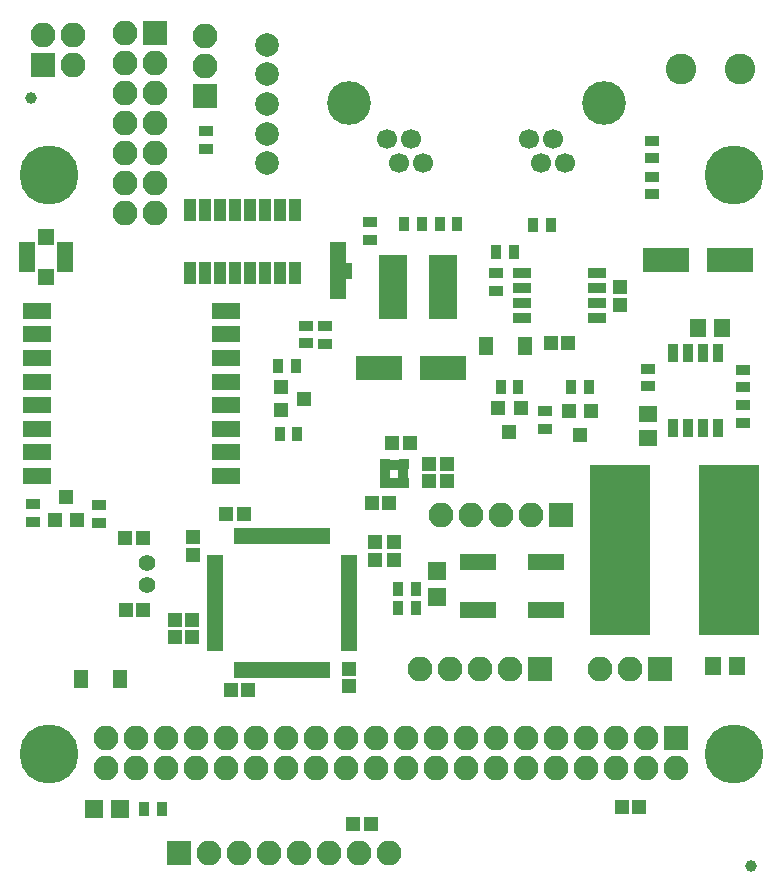
<source format=gbr>
G04 #@! TF.FileFunction,Soldermask,Top*
%FSLAX46Y46*%
G04 Gerber Fmt 4.6, Leading zero omitted, Abs format (unit mm)*
G04 Created by KiCad (PCBNEW 4.0.7) date 06/19/19 10:20:30*
%MOMM*%
%LPD*%
G01*
G04 APERTURE LIST*
%ADD10C,0.100000*%
%ADD11C,1.000000*%
%ADD12C,5.000000*%
%ADD13C,3.700000*%
%ADD14C,1.700000*%
%ADD15R,1.000000X1.900000*%
%ADD16R,2.100000X2.100000*%
%ADD17O,2.100000X2.100000*%
%ADD18R,0.900000X0.700000*%
%ADD19R,0.850000X0.850000*%
%ADD20R,0.700000X0.900000*%
%ADD21R,1.150000X1.200000*%
%ADD22R,1.200000X1.150000*%
%ADD23R,3.900000X2.000000*%
%ADD24R,1.400000X1.650000*%
%ADD25R,1.650000X1.400000*%
%ADD26R,1.300000X1.600000*%
%ADD27R,1.600000X1.600000*%
%ADD28R,1.300000X0.900000*%
%ADD29R,1.400000X1.400000*%
%ADD30R,1.400000X2.600000*%
%ADD31R,1.400000X1.900000*%
%ADD32R,1.900000X1.400000*%
%ADD33R,5.150000X14.400000*%
%ADD34C,2.600000*%
%ADD35C,2.000000*%
%ADD36R,1.300000X1.200000*%
%ADD37R,1.200000X1.300000*%
%ADD38R,0.900000X1.300000*%
%ADD39R,1.543000X0.908000*%
%ADD40R,2.400000X1.400000*%
%ADD41R,1.400000X0.650000*%
%ADD42R,0.650000X1.400000*%
%ADD43R,0.908000X1.543000*%
%ADD44C,1.400000*%
%ADD45R,2.400000X5.400000*%
%ADD46R,3.150000X1.400000*%
G04 APERTURE END LIST*
D10*
D11*
X2000000Y67000000D03*
D12*
X61500000Y60500000D03*
D13*
X50500000Y66550000D03*
X28910000Y66550000D03*
D14*
X47250000Y61470000D03*
X46230000Y63500000D03*
X45210000Y61470000D03*
X44190000Y63500000D03*
X32160000Y63500000D03*
X33180000Y61470000D03*
X34200000Y63500000D03*
X35220000Y61470000D03*
D15*
X15430000Y52150000D03*
X16700000Y52150000D03*
X17970000Y52150000D03*
X19240000Y52150000D03*
X20510000Y52150000D03*
X21780000Y52150000D03*
X23050000Y52150000D03*
X24320000Y52150000D03*
X24320000Y57550000D03*
X23050000Y57550000D03*
X21780000Y57550000D03*
X20510000Y57550000D03*
X19240000Y57550000D03*
X17970000Y57550000D03*
X16700000Y57550000D03*
X15430000Y57550000D03*
D16*
X55280000Y18650000D03*
D17*
X52740000Y18650000D03*
X50200000Y18650000D03*
D18*
X31975000Y35450000D03*
X31975000Y34950000D03*
X33525000Y35450000D03*
X33525000Y34950000D03*
D19*
X31950000Y34400000D03*
X33550000Y34400000D03*
X31950000Y36000000D03*
X33550000Y36000000D03*
D20*
X32500000Y34425000D03*
X33000000Y34425000D03*
X33000000Y35975000D03*
X32500000Y35975000D03*
D16*
X45120000Y18650000D03*
D17*
X42580000Y18650000D03*
X40040000Y18650000D03*
X37500000Y18650000D03*
X34960000Y18650000D03*
D12*
X3500000Y11500000D03*
X61500000Y11500000D03*
X3500000Y60500000D03*
D21*
X51900000Y49500000D03*
X51900000Y51000000D03*
X14150000Y21350000D03*
X14150000Y22850000D03*
D22*
X9950000Y29750000D03*
X11450000Y29750000D03*
X10000000Y23700000D03*
X11500000Y23700000D03*
D21*
X15650000Y21350000D03*
X15650000Y22850000D03*
X15700000Y29800000D03*
X15700000Y28300000D03*
D22*
X47500000Y46250000D03*
X46000000Y46250000D03*
X20000000Y31750000D03*
X18500000Y31750000D03*
X18900000Y16850000D03*
X20400000Y16850000D03*
D23*
X55800000Y53250000D03*
X61200000Y53250000D03*
X31450000Y44150000D03*
X36850000Y44150000D03*
D21*
X28900000Y17200000D03*
X28900000Y18700000D03*
X31150000Y27900000D03*
X31150000Y29400000D03*
X32700000Y27900000D03*
X32700000Y29400000D03*
X37200000Y34550000D03*
X37200000Y36050000D03*
D24*
X60500000Y47500000D03*
X58500000Y47500000D03*
D21*
X35700000Y34550000D03*
X35700000Y36050000D03*
D25*
X54250000Y38250000D03*
X54250000Y40250000D03*
D22*
X34100000Y37800000D03*
X32600000Y37800000D03*
X30850000Y32750000D03*
X32350000Y32750000D03*
D24*
X59750000Y18900000D03*
X61750000Y18900000D03*
D22*
X52000000Y7000000D03*
X53500000Y7000000D03*
X29300000Y5500000D03*
X30800000Y5500000D03*
D26*
X43800000Y46000000D03*
X40500000Y46000000D03*
D27*
X36400000Y24800000D03*
X36400000Y27000000D03*
X9550000Y6800000D03*
X7350000Y6800000D03*
D26*
X9550000Y17775000D03*
X6250000Y17775000D03*
D28*
X30700000Y55000000D03*
X30700000Y56500000D03*
D29*
X3250000Y51850000D03*
D30*
X4850000Y53550000D03*
X1650000Y53550000D03*
D29*
X3250000Y55250000D03*
D16*
X56650000Y12800000D03*
D17*
X56650000Y10260000D03*
X54110000Y12800000D03*
X54110000Y10260000D03*
X51570000Y12800000D03*
X51570000Y10260000D03*
X49030000Y12800000D03*
X49030000Y10260000D03*
X46490000Y12800000D03*
X46490000Y10260000D03*
X43950000Y12800000D03*
X43950000Y10260000D03*
X41410000Y12800000D03*
X41410000Y10260000D03*
X38870000Y12800000D03*
X38870000Y10260000D03*
X36330000Y12800000D03*
X36330000Y10260000D03*
X33790000Y12800000D03*
X33790000Y10260000D03*
X31250000Y12800000D03*
X31250000Y10260000D03*
X28710000Y12800000D03*
X28710000Y10260000D03*
X26170000Y12800000D03*
X26170000Y10260000D03*
X23630000Y12800000D03*
X23630000Y10260000D03*
X21090000Y12800000D03*
X21090000Y10260000D03*
X18550000Y12800000D03*
X18550000Y10260000D03*
X16010000Y12800000D03*
X16010000Y10260000D03*
X13470000Y12800000D03*
X13470000Y10260000D03*
X10930000Y12800000D03*
X10930000Y10260000D03*
X8390000Y12800000D03*
X8390000Y10260000D03*
D31*
X28000000Y53900000D03*
D32*
X28250000Y52400000D03*
D31*
X28000000Y50900000D03*
D33*
X61125000Y28750000D03*
X51875000Y28750000D03*
D34*
X62000000Y69500000D03*
X57000000Y69500000D03*
D16*
X46830000Y31700000D03*
D17*
X44290000Y31700000D03*
X41750000Y31700000D03*
X39210000Y31700000D03*
X36670000Y31700000D03*
D16*
X16750000Y67170000D03*
D17*
X16750000Y69710000D03*
X16750000Y72250000D03*
D35*
X22000000Y71500000D03*
X22000000Y69000000D03*
X22000000Y66500000D03*
X22000000Y64000000D03*
X22000000Y61500000D03*
D16*
X12500000Y72500000D03*
D17*
X9960000Y72500000D03*
X12500000Y69960000D03*
X9960000Y69960000D03*
X12500000Y67420000D03*
X9960000Y67420000D03*
X12500000Y64880000D03*
X9960000Y64880000D03*
X12500000Y62340000D03*
X9960000Y62340000D03*
X12500000Y59800000D03*
X9960000Y59800000D03*
X12500000Y57260000D03*
X9960000Y57260000D03*
D16*
X3000000Y69800000D03*
D17*
X5540000Y69800000D03*
X3000000Y72340000D03*
X5540000Y72340000D03*
D36*
X23150000Y42500000D03*
X23150000Y40600000D03*
X25150000Y41550000D03*
D37*
X49450000Y40500000D03*
X47550000Y40500000D03*
X48500000Y38500000D03*
X43450000Y40750000D03*
X41550000Y40750000D03*
X42500000Y38750000D03*
X4000000Y31250000D03*
X5900000Y31250000D03*
X4950000Y33250000D03*
D28*
X54600000Y61900000D03*
X54600000Y63400000D03*
D38*
X22900000Y44300000D03*
X24400000Y44300000D03*
D28*
X54600000Y60350000D03*
X54600000Y58850000D03*
X25275000Y47725000D03*
X25275000Y46225000D03*
X26850000Y47700000D03*
X26850000Y46200000D03*
D38*
X23050000Y38600000D03*
X24550000Y38600000D03*
D28*
X41400000Y50700000D03*
X41400000Y52200000D03*
D38*
X41400000Y54000000D03*
X42900000Y54000000D03*
X47750000Y42500000D03*
X49250000Y42500000D03*
X43250000Y42500000D03*
X41750000Y42500000D03*
D28*
X2150000Y32600000D03*
X2150000Y31100000D03*
X45500000Y39000000D03*
X45500000Y40500000D03*
D38*
X33100000Y25450000D03*
X34600000Y25450000D03*
D28*
X7750000Y31050000D03*
X7750000Y32550000D03*
X54250000Y42600000D03*
X54250000Y44100000D03*
X16800000Y62700000D03*
X16800000Y64200000D03*
X62250000Y39500000D03*
X62250000Y41000000D03*
X62250000Y42500000D03*
X62250000Y44000000D03*
D38*
X13100000Y6850000D03*
X11600000Y6850000D03*
X44500000Y56250000D03*
X46000000Y56250000D03*
X38100000Y56300000D03*
X36600000Y56300000D03*
X35100000Y56300000D03*
X33600000Y56300000D03*
D39*
X43575000Y48345000D03*
X43575000Y49615000D03*
X43575000Y50885000D03*
X43575000Y52155000D03*
X49925000Y52155000D03*
X49925000Y50885000D03*
X49925000Y49615000D03*
X49925000Y48345000D03*
D40*
X2500000Y49000000D03*
X2500000Y47000000D03*
X2500000Y45000000D03*
X2500000Y43000000D03*
X2500000Y41000000D03*
X2500000Y39000000D03*
X2500000Y37000000D03*
X2500000Y35000000D03*
X18500000Y35000000D03*
X18500000Y37000000D03*
X18500000Y39000000D03*
X18500000Y41000000D03*
X18500000Y43000000D03*
X18500000Y45000000D03*
X18500000Y47000000D03*
X18500000Y49000000D03*
D41*
X17550000Y28000000D03*
X17550000Y27500000D03*
X17550000Y27000000D03*
X17550000Y26500000D03*
X17550000Y26000000D03*
X17550000Y25500000D03*
X17550000Y25000000D03*
X17550000Y24500000D03*
X17550000Y24000000D03*
X17550000Y23500000D03*
X17550000Y23000000D03*
X17550000Y22500000D03*
X17550000Y22000000D03*
X17550000Y21500000D03*
X17550000Y21000000D03*
X17550000Y20500000D03*
D42*
X19500000Y18550000D03*
X20000000Y18550000D03*
X20500000Y18550000D03*
X21000000Y18550000D03*
X21500000Y18550000D03*
X22000000Y18550000D03*
X22500000Y18550000D03*
X23000000Y18550000D03*
X23500000Y18550000D03*
X24000000Y18550000D03*
X24500000Y18550000D03*
X25000000Y18550000D03*
X25500000Y18550000D03*
X26000000Y18550000D03*
X26500000Y18550000D03*
X27000000Y18550000D03*
D41*
X28950000Y20500000D03*
X28950000Y21000000D03*
X28950000Y21500000D03*
X28950000Y22000000D03*
X28950000Y22500000D03*
X28950000Y23000000D03*
X28950000Y23500000D03*
X28950000Y24000000D03*
X28950000Y24500000D03*
X28950000Y25000000D03*
X28950000Y25500000D03*
X28950000Y26000000D03*
X28950000Y26500000D03*
X28950000Y27000000D03*
X28950000Y27500000D03*
X28950000Y28000000D03*
D42*
X27000000Y29950000D03*
X26500000Y29950000D03*
X26000000Y29950000D03*
X25500000Y29950000D03*
X25000000Y29950000D03*
X24500000Y29950000D03*
X24000000Y29950000D03*
X23500000Y29950000D03*
X23000000Y29950000D03*
X22500000Y29950000D03*
X22000000Y29950000D03*
X21500000Y29950000D03*
X21000000Y29950000D03*
X20500000Y29950000D03*
X20000000Y29950000D03*
X19500000Y29950000D03*
D43*
X60155000Y39075000D03*
X58885000Y39075000D03*
X57615000Y39075000D03*
X56345000Y39075000D03*
X56345000Y45425000D03*
X57615000Y45425000D03*
X58885000Y45425000D03*
X60155000Y45425000D03*
D16*
X14550000Y3050000D03*
D17*
X17090000Y3050000D03*
X19630000Y3050000D03*
X22170000Y3050000D03*
X24710000Y3050000D03*
X27250000Y3050000D03*
X29790000Y3050000D03*
X32330000Y3050000D03*
D44*
X11800000Y27650000D03*
X11800000Y25750000D03*
D45*
X36850000Y51000000D03*
X32650000Y51000000D03*
D38*
X34600000Y23800000D03*
X33100000Y23800000D03*
D46*
X39870000Y23700000D03*
X45630000Y23700000D03*
X45630000Y27700000D03*
X39870000Y27700000D03*
D11*
X63000000Y2000000D03*
M02*

</source>
